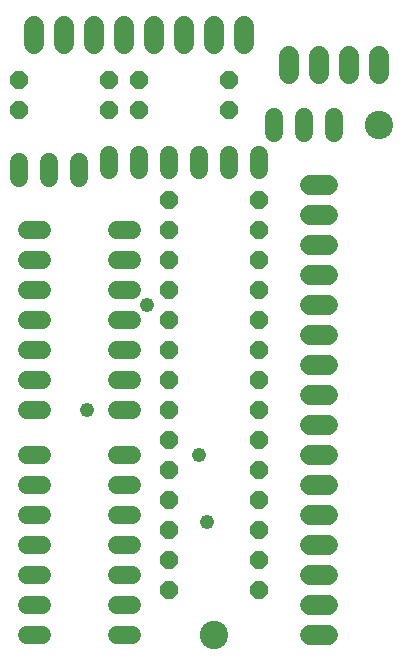
<source format=gbs>
G75*
%MOIN*%
%OFA0B0*%
%FSLAX25Y25*%
%IPPOS*%
%LPD*%
%AMOC8*
5,1,8,0,0,1.08239X$1,22.5*
%
%ADD10C,0.09461*%
%ADD11C,0.06000*%
%ADD12OC8,0.06000*%
%ADD13C,0.06800*%
%ADD14C,0.04800*%
D10*
X0076000Y0011000D03*
X0131000Y0181000D03*
D11*
X0018600Y0011000D02*
X0013400Y0011000D01*
X0013400Y0021000D02*
X0018600Y0021000D01*
X0018600Y0031000D02*
X0013400Y0031000D01*
X0013400Y0041000D02*
X0018600Y0041000D01*
X0018600Y0051000D02*
X0013400Y0051000D01*
X0013400Y0061000D02*
X0018600Y0061000D01*
X0018600Y0071000D02*
X0013400Y0071000D01*
X0013400Y0086000D02*
X0018600Y0086000D01*
X0018600Y0096000D02*
X0013400Y0096000D01*
X0013400Y0106000D02*
X0018600Y0106000D01*
X0018600Y0116000D02*
X0013400Y0116000D01*
X0013400Y0126000D02*
X0018600Y0126000D01*
X0018600Y0136000D02*
X0013400Y0136000D01*
X0013400Y0146000D02*
X0018600Y0146000D01*
X0021000Y0163400D02*
X0021000Y0168600D01*
X0011000Y0168600D02*
X0011000Y0163400D01*
X0031000Y0163400D02*
X0031000Y0168600D01*
X0041000Y0171100D02*
X0041000Y0165900D01*
X0051000Y0165900D02*
X0051000Y0171100D01*
X0061000Y0171100D02*
X0061000Y0165900D01*
X0071000Y0165900D02*
X0071000Y0171100D01*
X0081000Y0171100D02*
X0081000Y0165900D01*
X0091000Y0165900D02*
X0091000Y0171100D01*
X0096000Y0178400D02*
X0096000Y0183600D01*
X0106000Y0183600D02*
X0106000Y0178400D01*
X0116000Y0178400D02*
X0116000Y0183600D01*
X0048600Y0146000D02*
X0043400Y0146000D01*
X0043400Y0136000D02*
X0048600Y0136000D01*
X0048600Y0126000D02*
X0043400Y0126000D01*
X0043400Y0116000D02*
X0048600Y0116000D01*
X0048600Y0106000D02*
X0043400Y0106000D01*
X0043400Y0096000D02*
X0048600Y0096000D01*
X0048600Y0086000D02*
X0043400Y0086000D01*
X0043400Y0071000D02*
X0048600Y0071000D01*
X0048600Y0061000D02*
X0043400Y0061000D01*
X0043400Y0051000D02*
X0048600Y0051000D01*
X0048600Y0041000D02*
X0043400Y0041000D01*
X0043400Y0031000D02*
X0048600Y0031000D01*
X0048600Y0021000D02*
X0043400Y0021000D01*
X0043400Y0011000D02*
X0048600Y0011000D01*
D12*
X0061000Y0026000D03*
X0061000Y0036000D03*
X0061000Y0046000D03*
X0061000Y0056000D03*
X0061000Y0066000D03*
X0061000Y0076000D03*
X0061000Y0086000D03*
X0061000Y0096000D03*
X0061000Y0106000D03*
X0061000Y0116000D03*
X0061000Y0126000D03*
X0061000Y0136000D03*
X0061000Y0146000D03*
X0061000Y0156000D03*
X0051000Y0186000D03*
X0051000Y0196000D03*
X0041000Y0196000D03*
X0041000Y0186000D03*
X0011000Y0186000D03*
X0011000Y0196000D03*
X0081000Y0196000D03*
X0081000Y0186000D03*
X0091000Y0156000D03*
X0091000Y0146000D03*
X0091000Y0136000D03*
X0091000Y0126000D03*
X0091000Y0116000D03*
X0091000Y0106000D03*
X0091000Y0096000D03*
X0091000Y0086000D03*
X0091000Y0076000D03*
X0091000Y0066000D03*
X0091000Y0056000D03*
X0091000Y0046000D03*
X0091000Y0036000D03*
X0091000Y0026000D03*
D13*
X0108000Y0021000D02*
X0114000Y0021000D01*
X0114000Y0011000D02*
X0108000Y0011000D01*
X0108000Y0031000D02*
X0114000Y0031000D01*
X0114000Y0041000D02*
X0108000Y0041000D01*
X0108000Y0051000D02*
X0114000Y0051000D01*
X0114000Y0061000D02*
X0108000Y0061000D01*
X0108000Y0071000D02*
X0114000Y0071000D01*
X0114000Y0081000D02*
X0108000Y0081000D01*
X0108000Y0091000D02*
X0114000Y0091000D01*
X0114000Y0101000D02*
X0108000Y0101000D01*
X0108000Y0111000D02*
X0114000Y0111000D01*
X0114000Y0121000D02*
X0108000Y0121000D01*
X0108000Y0131000D02*
X0114000Y0131000D01*
X0114000Y0141000D02*
X0108000Y0141000D01*
X0108000Y0151000D02*
X0114000Y0151000D01*
X0114000Y0161000D02*
X0108000Y0161000D01*
X0111000Y0198000D02*
X0111000Y0204000D01*
X0101000Y0204000D02*
X0101000Y0198000D01*
X0086000Y0208000D02*
X0086000Y0214000D01*
X0076000Y0214000D02*
X0076000Y0208000D01*
X0066000Y0208000D02*
X0066000Y0214000D01*
X0056000Y0214000D02*
X0056000Y0208000D01*
X0046000Y0208000D02*
X0046000Y0214000D01*
X0036000Y0214000D02*
X0036000Y0208000D01*
X0026000Y0208000D02*
X0026000Y0214000D01*
X0016000Y0214000D02*
X0016000Y0208000D01*
X0121000Y0204000D02*
X0121000Y0198000D01*
X0131000Y0198000D02*
X0131000Y0204000D01*
D14*
X0053500Y0121000D03*
X0033500Y0086000D03*
X0071000Y0071000D03*
X0073500Y0048500D03*
M02*

</source>
